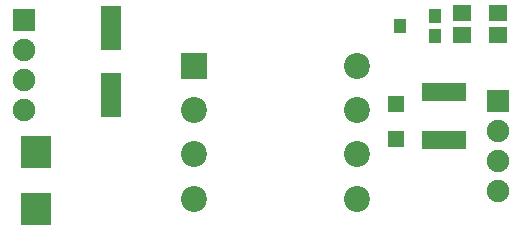
<source format=gts>
G04 #@! TF.GenerationSoftware,KiCad,Pcbnew,5.0.0-rc2-unknown-r13164-44c1f578*
G04 #@! TF.CreationDate,2018-07-03T21:26:02+03:00*
G04 #@! TF.ProjectId,nixie-ps,6E697869652D70732E6B696361645F70,rev?*
G04 #@! TF.SameCoordinates,Original*
G04 #@! TF.FileFunction,Soldermask,Top*
G04 #@! TF.FilePolarity,Negative*
%FSLAX46Y46*%
G04 Gerber Fmt 4.6, Leading zero omitted, Abs format (unit mm)*
G04 Created by KiCad (PCBNEW 5.0.0-rc2-unknown-r13164-44c1f578) date Tue Jul  3 21:26:02 2018*
%MOMM*%
%LPD*%
G01*
G04 APERTURE LIST*
%ADD10R,1.800000X3.700000*%
%ADD11C,2.200000*%
%ADD12R,2.200000X2.200000*%
%ADD13R,3.700000X1.600000*%
%ADD14R,1.450000X1.450000*%
%ADD15R,2.500000X2.700000*%
%ADD16R,1.650000X1.350000*%
%ADD17R,1.100000X1.300000*%
%ADD18R,1.900000X1.900000*%
%ADD19O,1.900000X1.900000*%
G04 APERTURE END LIST*
D10*
G04 #@! TO.C,C1*
X107442000Y-101848000D03*
X107442000Y-107448000D03*
G04 #@! TD*
D11*
G04 #@! TO.C,T1*
X128287000Y-105000000D03*
X128287000Y-108750000D03*
X128287000Y-112500000D03*
X128287000Y-116250000D03*
X114537000Y-116250000D03*
X114537000Y-112500000D03*
X114537000Y-108750000D03*
D12*
X114537000Y-105000000D03*
G04 #@! TD*
D13*
G04 #@! TO.C,C2*
X135636000Y-111288000D03*
X135636000Y-107188000D03*
G04 #@! TD*
D14*
G04 #@! TO.C,D1*
X131572000Y-111203000D03*
X131572000Y-108253000D03*
G04 #@! TD*
D15*
G04 #@! TO.C,D2*
X101092000Y-117094000D03*
X101092000Y-112294000D03*
G04 #@! TD*
D16*
G04 #@! TO.C,R1*
X140208000Y-100562000D03*
X140208000Y-102362000D03*
G04 #@! TD*
G04 #@! TO.C,R2*
X137160000Y-100562000D03*
X137160000Y-102362000D03*
G04 #@! TD*
D17*
G04 #@! TO.C,RV1*
X134874000Y-102450000D03*
X131974000Y-101600000D03*
X134874000Y-100750000D03*
G04 #@! TD*
D18*
G04 #@! TO.C,J1*
X100076000Y-101092000D03*
D19*
X100076000Y-103632000D03*
X100076000Y-106172000D03*
X100076000Y-108712000D03*
G04 #@! TD*
G04 #@! TO.C,J2*
X140208000Y-115570000D03*
X140208000Y-113030000D03*
X140208000Y-110490000D03*
D18*
X140208000Y-107950000D03*
G04 #@! TD*
M02*

</source>
